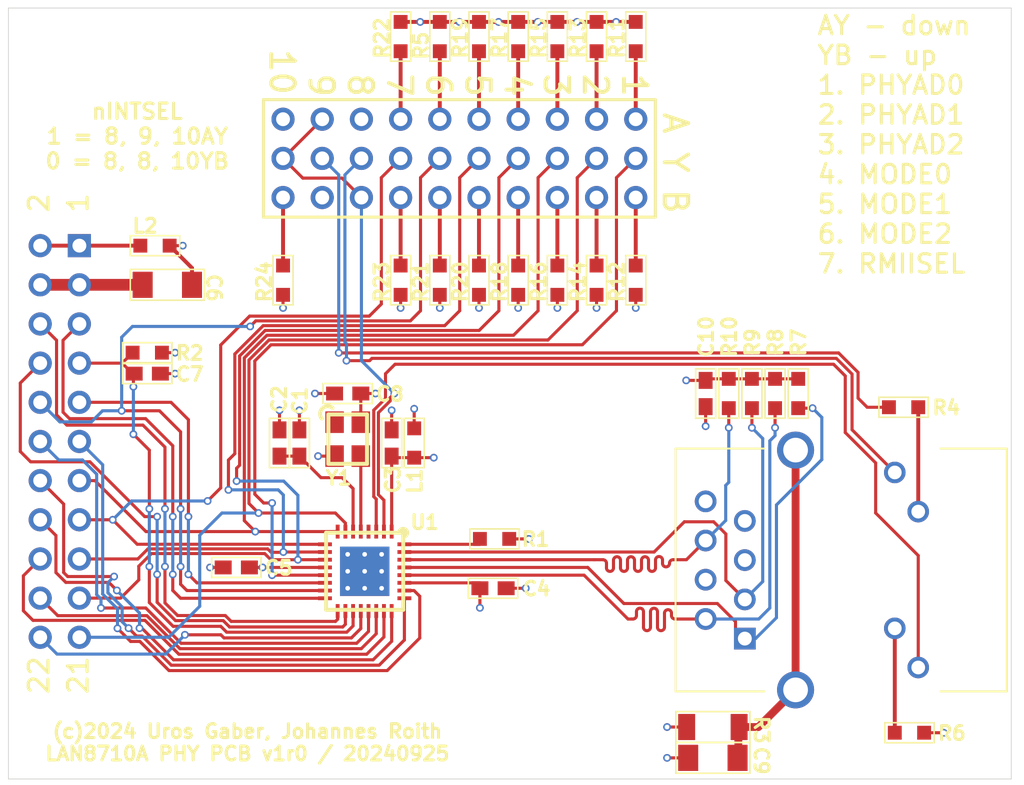
<source format=kicad_pcb>
(kicad_pcb (version 20240108) (generator "pcbnew") (generator_version "8.0")
  (layers (0 "F.Cu" signal "Top Layer") (1 "In1.Cu" signal "Mid Layer 1") (2 "In2.Cu" signal "Mid Layer 2") (31 "B.Cu" signal "Bottom Layer") (34 "B.Paste" user "Bottom Paste") (35 "F.Paste" user "Top Paste") (36 "B.SilkS" user "Bottom Overlay") (37 "F.SilkS" user "Top Overlay") (38 "B.Mask" user "Bottom Solder") (39 "F.Mask" user "Top Solder") (44 "Edge.Cuts" user))
  (net 0 "")
  (net 1 "NetP2_30")
  (net 2 "NetP1_L2")
  (net 3 "LED2")
  (net 4 "LED2+")
  (net 5 "VDDIO")
  (net 6 "VDDCR")
  (net 7 "VDD_A")
  (net 8 "VCC_3V3")
  (net 9 "TXEN")
  (net 10 "TXD3")
  (net 11 "TXD2")
  (net 12 "TXD1")
  (net 13 "TXD0")
  (net 14 "TXCLK")
  (net 15 "TX_p")
  (net 16 "TX_n")
  (net 17 "SHIELD")
  (net 18 "RXDV")
  (net 19 "RX_p")
  (net 20 "RX_n")
  (net 21 "PHY_RST")
  (net 22 "PHY_IRQ")
  (net 23 "NetU1_5")
  (net 24 "NetR1_1")
  (net 25 "NetP2_21")
  (net 26 "NetP2_19")
  (net 27 "NetP2_18")
  (net 28 "NetP2_16")
  (net 29 "NetP2_15")
  (net 30 "NetP2_13")
  (net 31 "NetP2_12")
  (net 32 "NetP2_10")
  (net 33 "NetP2_9")
  (net 34 "NetP2_7")
  (net 35 "NetP2_6")
  (net 36 "NetP2_4")
  (net 37 "NetP2_3")
  (net 38 "NetP2_1")
  (net 39 "NetP1_L3")
  (net 40 "LED2-")
  (net 41 "MDIO")
  (net 42 "MDC")
  (net 43 "LED1")
  (net 44 "GND")
  (net 45 "CRS")
  (net 46 "/RMIISEL")
  (net 47 "/PHYAD2")
  (net 48 "/PHYAD1")
  (net 49 "/PHYAD0")
  (net 50 "/MODE2")
  (net 51 "/MODE1")
  (net 52 "/MODE0")
  (footprint "pcSwitchLib.PcbLib:0603" (layer "F.Cu") (at 147.5111 114.4336)
    (property "Reference" "R1")
    (property "Value" "12k1 0603" (hide yes))
  )
  (footprint "pcSwitchLib.PcbLib:0603_CAP" (layer "F.Cu") (at 134.8611 108.2136 -90)
    (property "Reference" "C1")
    (property "Value" "470pF 0603" (hide yes))
  )
  (footprint "pcSwitchLib.PcbLib:0603" (layer "F.Cu") (at 125.0011 102.3536)
    (property "Reference" "R2")
    (property "Value" "100k 0603" (hide yes))
  )
  (footprint "pcSwitchLib.PcbLib:0603" (layer "F.Cu") (at 151.5811 81.8536 -90)
    (property "Reference" "R15")
    (property "Value" "10k 0603" (hide yes))
  )
  (footprint "pcSwitchLib.PcbLib:0603" (layer "F.Cu") (at 174.4011 127.0036)
    (property "Reference" "R6")
    (property "Value" "330R 0603" (hide yes))
  )
  (footprint "pcSwitchLib.PcbLib:0603_CAP" (layer "F.Cu") (at 130.77111 116.2836)
    (property "Reference" "C5")
    (property "Value" "100nF 0603" (hide yes))
  )
  (footprint "pcSwitchLib.PcbLib:0603" (layer "F.Cu") (at 151.5811 97.6536 90)
    (property "Reference" "R16")
    (property "Value" "10k 0603" (hide yes))
  )
  (footprint "pcSwitchLib.PcbLib:0603" (layer "F.Cu") (at 156.6611 81.8536 -90)
    (property "Reference" "R11")
    (property "Value" "10k 0603" (hide yes))
  )
  (footprint "pcSwitchLib.PcbLib:0603" (layer "F.Cu") (at 156.6611 97.6536 90)
    (property "Reference" "R12")
    (property "Value" "10k 0603" (hide yes))
  )
  (footprint "pcSwitchLib.PcbLib:0603" (layer "F.Cu") (at 149.0411 97.6536 90)
    (property "Reference" "R18")
    (property "Value" "10k 0603" (hide yes))
  )
  (footprint "pcSwitchLib.PcbLib:0603" (layer "F.Cu") (at 167.1911 105.0036 -90)
    (property "Reference" "R7")
    (property "Value" "49R9 0603" (hide yes))
  )
  (footprint "pcSwitchLib.PcbLib:0603" (layer "F.Cu") (at 141.4211 97.6536 90)
    (property "Reference" "R23")
    (property "Value" "10k 0603" (hide yes))
  )
  (footprint "pcSwitchLib.PcbLib:1206_CAP" (layer "F.Cu") (at 126.3011 97.9536)
    (property "Reference" "C6")
    (property "Value" "10uF 1206" (hide yes))
  )
  (footprint "pcSwitchLib.PcbLib:0603" (layer "F.Cu") (at 141.4211 81.8536 -90)
    (property "Reference" "R22")
    (property "Value" "10k 0603" (hide yes))
  )
  (footprint "pcSwitchLib.PcbLib:LAN8710A" (layer "F.Cu") (at 139.0911 116.5336 180)
    (property "Reference" "U1")
    (property "Value" "LAN8710A" (hide yes))
  )
  (footprint "pcSwitchLib.PcbLib:0603_IND" (layer "F.Cu") (at 142.3011 108.2136 90)
    (property "Reference" "L1")
    (property "Value" "Ferrite bead 120R/100MHz" (hide yes))
  )
  (footprint "pcSwitchLib.PcbLib:0603_CAP" (layer "F.Cu") (at 140.8411 108.2136 -90)
    (property "Reference" "C3")
    (property "Value" "100nF 0603" (hide yes))
  )
  (footprint "pcSwitchLib.PcbLib:0603" (layer "F.Cu") (at 143.9611 81.8536 -90)
    (property "Reference" "R5")
    (property "Value" "10k 0603" (hide yes))
  )
  (footprint "pcSwitchLib.PcbLib:1206_CAP" (layer "F.Cu") (at 161.6611 128.6336)
    (property "Reference" "C9")
    (property "Value" "10nF" (hide yes))
  )
  (footprint "pcSwitchLib.PcbLib:0603_CAP" (layer "F.Cu") (at 137.9911 105.0036)
    (property "Reference" "C8")
    (property "Value" "100nF 0603" (hide yes))
  )
  (footprint "pcSwitchLib.PcbLib:0603" (layer "F.Cu") (at 143.9611 97.6536 90)
    (property "Reference" "R21")
    (property "Value" "10k 0603" (hide yes))
  )
  (footprint "pcSwitchLib.PcbLib:0603_CAP" (layer "F.Cu") (at 147.4111 117.6336 180)
    (property "Reference" "C4")
    (property "Value" "100nF 0603" (hide yes))
  )
  (footprint "pcSwitchLib.PcbLib:SELECTOR_10WAY" (layer "F.Cu") (at 145.2311 89.7536 -90)
    (property "Reference" "P2" (hide yes))
    (property "Value" "SELECTOR 10WAY" (hide yes))
  )
  (footprint "pcSwitchLib.PcbLib:0603" (layer "F.Cu") (at 149.0411 81.8536 -90)
    (property "Reference" "R17")
    (property "Value" "10k 0603" (hide yes))
  )
  (footprint "pcSwitchLib.PcbLib:RJMG1BD3B8K1ANR" (layer "F.Cu") (at 170.0711 116.4486 90)
    (property "Reference" "P1" (hide yes))
    (property "Value" "RJMG1BD3B8K1ANR" (hide yes))
  )
  (footprint "pcSwitchLib.PcbLib:0603" (layer "F.Cu") (at 133.8011 97.6536 90)
    (property "Reference" "R24")
    (property "Value" "10k 0603" (hide yes))
  )
  (footprint "pcSwitchLib.PcbLib:0603_CAP" (layer "F.Cu") (at 133.5711 108.2136 -90)
    (property "Reference" "C2")
    (property "Value" "1uF 0603" (hide yes))
  )
  (footprint "pcSwitchLib.PcbLib:1206" (layer "F.Cu") (at 161.6611 126.6336 180)
    (property "Reference" "R3")
    (property "Value" "1M 1206" (hide yes))
  )
  (footprint "pcSwitchLib.PcbLib:0603" (layer "F.Cu") (at 174.0211 105.8936 180)
    (property "Reference" "R4")
    (property "Value" "330R 0603" (hide yes))
  )
  (footprint "pcSwitchLib.PcbLib:XTAL_3225" (layer "F.Cu") (at 137.9911 107.9636 -90)
    (property "Reference" "Y1")
    (property "Value" "25MHz 3225" (hide yes))
  )
  (footprint "pcSwitchLib.PcbLib:0603" (layer "F.Cu") (at 165.6911 105.0036 -90)
    (property "Reference" "R8")
    (property "Value" "49R9 0603" (hide yes))
  )
  (footprint "pcSwitchLib.PcbLib:0603" (layer "F.Cu") (at 146.5011 97.6536 90)
    (property "Reference" "R20")
    (property "Value" "10k 0603" (hide yes))
  )
  (footprint "pcSwitchLib.PcbLib:0603_IND" (layer "F.Cu") (at 125.5011 95.4136 180)
    (property "Reference" "L2")
    (property "Value" "Ferrite bead 120R/100MHz" (hide yes))
  )
  (footprint "pcSwitchLib.PcbLib:0603" (layer "F.Cu") (at 164.1911 105.0036 -90)
    (property "Reference" "R9")
    (property "Value" "49R9 0603" (hide yes))
  )
  (footprint "pcSwitchLib.PcbLib:0603_CAP" (layer "F.Cu") (at 125.0011 103.7136 180)
    (property "Reference" "C7")
    (property "Value" "100nF 0603" (hide yes))
  )
  (footprint "pcSwitchLib.PcbLib:0603_CAP" (layer "F.Cu") (at 161.1911 105.0036 90)
    (property "Reference" "C10")
    (property "Value" "15pF 0603" (hide yes))
  )
  (footprint "pcSwitchLib.PcbLib:0603" (layer "F.Cu") (at 154.1211 97.6536 90)
    (property "Reference" "R14")
    (property "Value" "10k 0603" (hide yes))
  )
  (footprint "pcSwitchLib.PcbLib:0603" (layer "F.Cu") (at 162.6911 105.0036 -90)
    (property "Reference" "R10")
    (property "Value" "49R9 0603" (hide yes))
  )
  (footprint "pcSwitchLib.PcbLib:0603" (layer "F.Cu") (at 146.5011 81.8536 -90)
    (property "Reference" "R19")
    (property "Value" "10k 0603" (hide yes))
  )
  (footprint "pcSwitchLib.PcbLib:0603" (layer "F.Cu") (at 154.1211 81.8536 -90)
    (property "Reference" "R13")
    (property "Value" "10k 0603" (hide yes))
  )
  (footprint "Miscellaneous Connectors.IntLib:HDR2X11H" (layer "B.Cu") (at 120.6011 95.4136 -90)
    (property "Reference" "P3" (hide yes))
    (property "Value" "Header 11X2H" (hide yes))
  )
  (gr_line (start 181.0011 130.0036) (end 181.0011 80.0036) (stroke (width 0.05)) (layer "Edge.Cuts"))
  (gr_line (start 116.0011 80.0036) (end 116.0011 130.0036) (stroke (width 0.05)) (layer "Edge.Cuts"))
  (gr_line (start 181.0011 80.0036) (end 116.0011 80.0036) (stroke (width 0.05)) (layer "Edge.Cuts"))
  (gr_line (start 116.0011 130.0036) (end 181.0011 130.0036) (stroke (width 0.05)) (layer "Edge.Cuts"))
  (gr_text_box "AY - down\nYB - up\n1. PHYAD0\n2. PHYAD1\n3. PHYAD2\n4. MODE0\n5. MODE1\n6. MODE2\n7. RMIISEL" (start 167.4315 79.53195) (end 181.8007 100.41524) (layer "F.SilkS") (effects (font (size 1.2 1.2) (thickness 0.2)) (justify left top)) (border no) (stroke (width 0.1)))
  (gr_text_box "nINTSEL\n1 = 8, 9, 10AY\n0 = 8, 8, 10YB" (start 115.5056 85.37753) (end 133.1966 91.80966) (layer "F.SilkS") (effects (font (size 1 1) (thickness 0.2)) (justify top)) (border no) (stroke (width 0.1)))
  (gr_text_box "(c)2024 Uros Gaber, Johannes Roith\nLAN8710A PHY PCB v1r0 / 20240925" (start 115.53109 125.7106) (end 147.45111 130.3361) (layer "F.SilkS") (effects (font (size 0.9 0.9) (thickness 0.2)) (justify top)) (border no) (stroke (width 0.1)))
  (segment (start 133.8011 96.7036) (end 133.8011 92.2936) (width 0.254) (layer "F.Cu") (net 1))
  (segment (start 174.9711 112.6636) (end 174.9711 105.8936) (width 0.254) (layer "F.Cu") (net 2))
  (segment (start 139.9827 106.24489) (end 140.7427 105.48489) (width 0.2) (layer "F.Cu") (net 3))
  (segment (start 140.3411 113.9586) (end 140.3411 111.9236) (width 0.2) (layer "F.Cu") (net 3))
  (segment (start 140.7427 105.272) (end 141.0111 105.0036) (width 0.2) (layer "F.Cu") (net 3))
  (segment (start 140.7427 105.48489) (end 140.7427 105.272) (width 0.2) (layer "F.Cu") (net 3))
  (segment (start 133.8011 89.7536) (end 136.3411 87.2136) (width 0.2) (layer "F.Cu") (net 3))
  (segment (start 139.9827 111.5652) (end 140.3411 111.9236) (width 0.2) (layer "F.Cu") (net 3))
  (segment (start 139.9827 111.5652) (end 139.9827 106.24489) (width 0.2) (layer "F.Cu") (net 3))
  (segment (start 135.0811 91.0336) (end 137.6211 91.0336) (width 0.2) (layer "F.Cu") (net 3))
  (segment (start 133.8011 89.7536) (end 135.0811 91.0336) (width 0.2) (layer "F.Cu") (net 3))
  (segment (start 137.6211 91.0336) (end 138.8811 92.2936) (width 0.2) (layer "F.Cu") (net 3))
  (via (at 141.0111 105.0036) (size 0.5) (drill 0.3) (layers "F.Cu" "B.Cu") (net 3))
  (segment (start 138.8811 102.87359) (end 138.8811 92.2936) (width 0.2) (layer "B.Cu") (net 3))
  (segment (start 138.8811 102.87359) (end 141.0111 105.0036) (width 0.2) (layer "B.Cu") (net 3))
  (segment (start 169.6611 102.7236) (end 170.6811 103.7436) (width 0.2) (layer "F.Cu") (net 4))
  (segment (start 137.9111 102.8736) (end 139.4111 102.8736) (width 0.2) (layer "F.Cu") (net 4))
  (segment (start 170.6811 107.3536) (end 170.6811 103.7436) (width 0.2) (layer "F.Cu") (net 4))
  (segment (start 139.4111 102.8736) (end 139.5611 102.7236) (width 0.2) (layer "F.Cu") (net 4))
  (segment (start 139.5611 102.7236) (end 169.6611 102.7236) (width 0.2) (layer "F.Cu") (net 4))
  (segment (start 170.6811 107.3536) (end 173.4511 110.1236) (width 0.2) (layer "F.Cu") (net 4))
  (via (at 137.9111 102.8736) (size 0.5) (drill 0.3) (layers "F.Cu" "B.Cu") (net 4))
  (segment (start 137.8111 101.6736) (end 137.9111 101.7736) (width 0.2) (layer "B.Cu") (net 4))
  (segment (start 137.8111 101.6736) (end 137.8111 90.8236) (width 0.2) (layer "B.Cu") (net 4))
  (segment (start 137.9111 102.8736) (end 137.9111 101.7736) (width 0.2) (layer "B.Cu") (net 4))
  (segment (start 137.8111 90.8236) (end 138.8811 89.7536) (width 0.2) (layer "B.Cu") (net 4))
  (segment (start 127.9011 97.9536) (end 127.9011 96.8636) (width 0.254) (layer "F.Cu") (net 5))
  (segment (start 132.4711 116.2836) (end 136.5161 116.2836) (width 0.2) (layer "F.Cu") (net 5))
  (segment (start 138.8411 106.8636) (end 138.8411 105.0036) (width 0.2) (layer "F.Cu") (net 5))
  (segment (start 126.4511 95.4136) (end 127.9011 96.8636) (width 0.254) (layer "F.Cu") (net 5))
  (segment (start 126.4511 95.4136) (end 127.3011 95.4136) (width 0.2) (layer "F.Cu") (net 5))
  (segment (start 138.8411 106.8636) (end 138.8411 106.8636) (width 0.2) (layer "F.Cu") (net 5))
  (segment (start 138.8411 105.0036) (end 138.8411 105.0036) (width 0.2) (layer "F.Cu") (net 5))
  (segment (start 138.8411 105.0036) (end 139.7911 105.0036) (width 0.2) (layer "F.Cu") (net 5))
  (segment (start 131.6211 116.2836) (end 132.4711 116.2836) (width 0.2) (layer "F.Cu") (net 5))
  (via (at 139.7911 105.0036) (size 0.5) (drill 0.3) (layers "F.Cu" "B.Cu") (net 5))
  (via (at 127.3011 95.4136) (size 0.5) (drill 0.3) (layers "F.Cu" "B.Cu") (net 5))
  (via (at 132.4711 116.2836) (size 0.5) (drill 0.3) (layers "F.Cu" "B.Cu") (net 5))
  (segment (start 138.3411 113.9586) (end 138.3411 111.1736) (width 0.2) (layer "F.Cu") (net 6))
  (segment (start 135.3111 109.5136) (end 136.2611 110.4636) (width 0.2) (layer "F.Cu") (net 6))
  (segment (start 137.6311 110.4636) (end 138.3411 111.1736) (width 0.2) (layer "F.Cu") (net 6))
  (segment (start 136.2611 110.4636) (end 137.6311 110.4636) (width 0.2) (layer "F.Cu") (net 6))
  (segment (start 133.5711 109.0636) (end 134.8611 109.0636) (width 0.2) (layer "F.Cu") (net 6))
  (segment (start 134.8611 109.1636) (end 134.8611 109.0636) (width 0.2) (layer "F.Cu") (net 6))
  (segment (start 134.8611 109.1636) (end 135.2111 109.5136) (width 0.2) (layer "F.Cu") (net 6))
  (segment (start 135.2111 109.5136) (end 135.3111 109.5136) (width 0.2) (layer "F.Cu") (net 6))
  (segment (start 162.6911 104.0536) (end 164.1911 104.0536) (width 0.2) (layer "F.Cu") (net 7))
  (segment (start 161.1911 104.1536) (end 161.2911 104.0536) (width 0.2) (layer "F.Cu") (net 7))
  (segment (start 140.9411 109.1636) (end 142.3011 109.1636) (width 0.2) (layer "F.Cu") (net 7))
  (segment (start 161.2911 104.0536) (end 162.6911 104.0536) (width 0.2) (layer "F.Cu") (net 7))
  (segment (start 141.6661 117.2836) (end 146.5611 117.2836) (width 0.2) (layer "F.Cu") (net 7))
  (segment (start 159.9311 104.1536) (end 161.1911 104.1536) (width 0.2) (layer "F.Cu") (net 7))
  (segment (start 164.1911 104.0536) (end 165.6911 104.0536) (width 0.2) (layer "F.Cu") (net 7))
  (segment (start 140.8411 113.9586) (end 140.8411 109.0636) (width 0.2) (layer "F.Cu") (net 7))
  (segment (start 165.6911 104.0536) (end 167.1911 104.0536) (width 0.2) (layer "F.Cu") (net 7))
  (segment (start 146.5611 118.9036) (end 146.5611 117.6336) (width 0.2) (layer "F.Cu") (net 7))
  (segment (start 142.3011 109.1636) (end 143.5711 109.1636) (width 0.2) (layer "F.Cu") (net 7))
  (segment (start 140.8411 109.0636) (end 140.9411 109.1636) (width 0.2) (layer "F.Cu") (net 7))
  (via (at 146.5611 118.9036) (size 0.5) (drill 0.3) (layers "F.Cu" "B.Cu") (net 7))
  (via (at 143.5711 109.1636) (size 0.5) (drill 0.3) (layers "F.Cu" "B.Cu") (net 7))
  (via (at 159.9311 104.1536) (size 0.5) (drill 0.3) (layers "F.Cu" "B.Cu") (net 7))
  (segment (start 146.5011 80.9036) (end 152.8511 80.9036) (width 0.254) (layer "F.Cu") (net 8))
  (segment (start 141.4211 80.9036) (end 146.50109 80.9036) (width 0.254) (layer "F.Cu") (net 8))
  (segment (start 120.6011 95.4136) (end 124.5511 95.4136) (width 0.254) (layer "F.Cu") (net 8))
  (segment (start 154.1211 80.9036) (end 156.6611 80.9036) (width 0.254) (layer "F.Cu") (net 8))
  (segment (start 146.50109 80.9036) (end 146.5011 80.9036) (width 0.254) (layer "F.Cu") (net 8))
  (segment (start 152.8511 80.9036) (end 154.1211 80.9036) (width 0.254) (layer "F.Cu") (net 8))
  (segment (start 118.0611 95.4136) (end 120.6011 95.4136) (width 0.254) (layer "F.Cu") (net 8))
  (segment (start 125.9511 102.3536) (end 126.8011 102.3536) (width 0.2) (layer "F.Cu") (net 8))
  (segment (start 142.3011 107.2636) (end 142.3011 105.9936) (width 0.2) (layer "F.Cu") (net 8))
  (via (at 145.2311 80.9036) (size 0.5) (drill 0.3) (layers "F.Cu" "B.Cu") (net 8))
  (via (at 147.7711 80.9036) (size 0.5) (drill 0.3) (layers "F.Cu" "B.Cu") (net 8))
  (via (at 142.3011 105.9936) (size 0.5) (drill 0.3) (layers "F.Cu" "B.Cu") (net 8))
  (via (at 152.8511 80.9036) (size 0.5) (drill 0.3) (layers "F.Cu" "B.Cu") (net 8))
  (via (at 142.6911 80.9036) (size 0.5) (drill 0.3) (layers "F.Cu" "B.Cu") (net 8))
  (via (at 155.3911 80.9036) (size 0.5) (drill 0.3) (layers "F.Cu" "B.Cu") (net 8))
  (via (at 126.8011 102.3536) (size 0.5) (drill 0.3) (layers "F.Cu" "B.Cu") (net 8))
  (via (at 150.3111 80.9036) (size 0.5) (drill 0.3) (layers "F.Cu" "B.Cu") (net 8))
  (segment (start 122.0011 118.9136) (end 124.90416 118.9136) (width 0.2) (layer "F.Cu") (net 9))
  (segment (start 127.19416 121.2036) (end 138.5711 121.2036) (width 0.2) (layer "F.Cu") (net 9))
  (segment (start 139.3411 120.4336) (end 139.3411 119.1086) (width 0.2) (layer "F.Cu") (net 9))
  (segment (start 124.90416 118.9136) (end 127.19416 121.2036) (width 0.2) (layer "F.Cu") (net 9))
  (segment (start 138.5711 121.2036) (end 139.3411 120.4336) (width 0.2) (layer "F.Cu") (net 9))
  (via (at 122.0011 118.9136) (size 0.5) (drill 0.3) (layers "F.Cu" "B.Cu") (net 9))
  (segment (start 121.7211 118.05012) (end 122.0011 118.33012) (width 0.2) (layer "B.Cu") (net 9))
  (segment (start 118.0611 108.1136) (end 119.2611 109.3136) (width 0.2) (layer "B.Cu") (net 9))
  (segment (start 119.2611 109.3136) (end 120.8011 109.3136) (width 0.2) (layer "B.Cu") (net 9))
  (segment (start 120.8011 109.3136) (end 121.7211 110.2336) (width 0.2) (layer "B.Cu") (net 9))
  (segment (start 122.0011 118.9136) (end 122.0011 118.33012) (width 0.2) (layer "B.Cu") (net 9))
  (segment (start 121.7211 118.05012) (end 121.7211 110.2336) (width 0.2) (layer "B.Cu") (net 9))
  (segment (start 141.6661 120.98859) (end 141.6661 118.2836) (width 0.2) (layer "F.Cu") (net 10))
  (segment (start 124.3011 120.7336) (end 124.66613 120.7336) (width 0.2) (layer "F.Cu") (net 10))
  (segment (start 119.5811 116.6136) (end 119.5811 112.1736) (width 0.2) (layer "F.Cu") (net 10))
  (segment (start 119.8411 116.8736) (end 122.8511 116.8736) (width 0.2) (layer "F.Cu") (net 10))
  (segment (start 124.66613 120.7336) (end 126.55613 122.6236) (width 0.2) (layer "F.Cu") (net 10))
  (segment (start 118.0611 110.6536) (end 119.5811 112.1736) (width 0.2) (layer "F.Cu") (net 10))
  (segment (start 140.0311 122.6236) (end 141.6661 120.98859) (width 0.2) (layer "F.Cu") (net 10))
  (segment (start 123.7911 120.2236) (end 124.3011 120.7336) (width 0.2) (layer "F.Cu") (net 10))
  (segment (start 119.5811 116.6136) (end 119.8411 116.8736) (width 0.2) (layer "F.Cu") (net 10))
  (segment (start 126.55613 122.6236) (end 140.0311 122.6236) (width 0.2) (layer "F.Cu") (net 10))
  (via (at 122.8511 116.8736) (size 0.5) (drill 0.3) (layers "F.Cu" "B.Cu") (net 10))
  (via (at 123.7911 120.2236) (size 0.5) (drill 0.3) (layers "F.Cu" "B.Cu") (net 10))
  (segment (start 123.3727 119.8052) (end 123.3727 118.84867) (width 0.2) (layer "B.Cu") (net 10))
  (segment (start 122.4511 117.2736) (end 122.8511 116.8736) (width 0.2) (layer "B.Cu") (net 10))
  (segment (start 123.3727 119.8052) (end 123.7911 120.2236) (width 0.2) (layer "B.Cu") (net 10))
  (segment (start 122.4511 117.92707) (end 122.4511 117.2736) (width 0.2) (layer "B.Cu") (net 10))
  (segment (start 122.4511 117.92707) (end 123.3727 118.84867) (width 0.2) (layer "B.Cu") (net 10))
  (segment (start 124.4982 120.2236) (end 124.6511 120.2236) (width 0.2) (layer "F.Cu") (net 11))
  (segment (start 126.7011 122.2736) (end 139.6411 122.2736) (width 0.2) (layer "F.Cu") (net 11))
  (segment (start 139.6411 122.2736) (end 140.8411 121.0736) (width 0.2) (layer "F.Cu") (net 11))
  (segment (start 124.6511 120.2236) (end 126.7011 122.2736) (width 0.2) (layer "F.Cu") (net 11))
  (segment (start 122.5111 117.2536) (end 123.0311 117.7736) (width 0.2) (layer "F.Cu") (net 11))
  (segment (start 118.0611 113.1936) (end 119.0811 114.2136) (width 0.2) (layer "F.Cu") (net 11))
  (segment (start 119.7211 117.2536) (end 122.5111 117.2536) (width 0.2) (layer "F.Cu") (net 11))
  (segment (start 119.0811 116.6136) (end 119.0811 114.2136) (width 0.2) (layer "F.Cu") (net 11))
  (segment (start 140.8411 121.0736) (end 140.8411 119.1086) (width 0.2) (layer "F.Cu") (net 11))
  (segment (start 119.0811 116.6136) (end 119.7211 117.2536) (width 0.2) (layer "F.Cu") (net 11))
  (via (at 123.0311 117.7736) (size 0.5) (drill 0.3) (layers "F.Cu" "B.Cu") (net 11))
  (via (at 124.4982 120.2236) (size 0.5) (drill 0.3) (layers "F.Cu" "B.Cu") (net 11))
  (segment (start 123.0311 117.7736) (end 124.4982 119.2407) (width 0.2) (layer "B.Cu") (net 11))
  (segment (start 124.4982 120.2236) (end 124.4982 119.2407) (width 0.2) (layer "B.Cu") (net 11))
  (segment (start 127.0511 121.9136) (end 139.2211 121.9136) (width 0.2) (layer "F.Cu") (net 12))
  (segment (start 124.8527 119.7152) (end 127.0511 121.9136) (width 0.2) (layer "F.Cu") (net 12))
  (segment (start 117.5927 119.7152) (end 124.8527 119.7152) (width 0.2) (layer "F.Cu") (net 12))
  (segment (start 139.2211 121.9136) (end 140.3411 120.7936) (width 0.2) (layer "F.Cu") (net 12))
  (segment (start 116.9711 119.0936) (end 117.5927 119.7152) (width 0.2) (layer "F.Cu") (net 12))
  (segment (start 140.3411 120.7936) (end 140.3411 119.1086) (width 0.2) (layer "F.Cu") (net 12))
  (segment (start 116.9711 116.8236) (end 118.0611 115.7336) (width 0.2) (layer "F.Cu") (net 12))
  (segment (start 116.9711 119.0936) (end 116.9711 116.8236) (width 0.2) (layer "F.Cu") (net 12))
  (segment (start 139.8411 120.5836) (end 139.8411 119.1086) (width 0.2) (layer "F.Cu") (net 13))
  (segment (start 118.0611 118.2736) (end 119.2011 119.4136) (width 0.2) (layer "F.Cu") (net 13))
  (segment (start 119.2011 119.4136) (end 124.85934 119.4136) (width 0.2) (layer "F.Cu") (net 13))
  (segment (start 124.85934 119.4136) (end 124.97763 119.4136) (width 0.2) (layer "F.Cu") (net 13))
  (segment (start 138.8711 121.5536) (end 139.8411 120.5836) (width 0.2) (layer "F.Cu") (net 13))
  (segment (start 124.97763 119.4136) (end 127.11763 121.5536) (width 0.2) (layer "F.Cu") (net 13))
  (segment (start 127.11763 121.5536) (end 138.8711 121.5536) (width 0.2) (layer "F.Cu") (net 13))
  (segment (start 138.8411 120.2436) (end 138.8411 119.1086) (width 0.2) (layer "F.Cu") (net 14))
  (segment (start 138.2311 120.8536) (end 138.8411 120.2436) (width 0.2) (layer "F.Cu") (net 14))
  (segment (start 129.97169 120.8536) (end 138.2311 120.8536) (width 0.2) (layer "F.Cu") (net 14))
  (segment (start 127.4411 120.6536) (end 129.77169 120.6536) (width 0.2) (layer "F.Cu") (net 14))
  (segment (start 129.77169 120.6536) (end 129.97169 120.8536) (width 0.2) (layer "F.Cu") (net 14))
  (via (at 127.4411 120.6536) (size 0.5) (drill 0.3) (layers "F.Cu" "B.Cu") (net 14))
  (segment (start 126.1911 121.9036) (end 127.4411 120.6536) (width 0.2) (layer "B.Cu") (net 14))
  (segment (start 118.0611 120.8136) (end 119.1511 121.9036) (width 0.2) (layer "B.Cu") (net 14))
  (segment (start 119.1511 121.9036) (end 126.1911 121.9036) (width 0.2) (layer "B.Cu") (net 14))
  (segment (start 166.8511 105.9536) (end 168.1211 105.9536) (width 0.2) (layer "F.Cu") (net 15))
  (segment (start 141.6661 116.2836) (end 153.5511 116.2836) (width 0.2) (layer "F.Cu") (net 15))
  (segment (start 163.1271 120.2946) (end 163.1271 119.7996) (width 0.2) (layer "F.Cu") (net 15))
  (segment (start 161.9511 118.6236) (end 163.1271 119.7996) (width 0.2) (layer "F.Cu") (net 15))
  (segment (start 153.5511 116.2836) (end 155.8911 118.6236) (width 0.2) (layer "F.Cu") (net 15))
  (segment (start 163.1271 120.2946) (end 163.7311 120.8986) (width 0.2) (layer "F.Cu") (net 15))
  (segment (start 155.8911 118.6236) (end 161.9511 118.6236) (width 0.2) (layer "F.Cu") (net 15))
  (via (at 168.1211 105.9536) (size 0.5) (drill 0.3) (layers "F.Cu" "B.Cu") (net 15))
  (segment (start 165.7811 112.23053) (end 168.7211 109.29053) (width 0.2) (layer "B.Cu") (net 15))
  (segment (start 163.7311 120.8986) (end 164.4261 120.8986) (width 0.2) (layer "B.Cu") (net 15))
  (segment (start 168.7211 109.29053) (end 168.7211 106.5536) (width 0.2) (layer "B.Cu") (net 15))
  (segment (start 164.4261 120.8986) (end 165.7811 119.5436) (width 0.2) (layer "B.Cu") (net 15))
  (segment (start 165.7811 119.5436) (end 165.7811 112.23053) (width 0.2) (layer "B.Cu") (net 15))
  (segment (start 168.1211 105.9536) (end 168.7211 106.5536) (width 0.2) (layer "B.Cu") (net 15))
  (segment (start 141.6661 116.7836) (end 153.3111 116.7836) (width 0.2) (layer "F.Cu") (net 16))
  (segment (start 153.3111 116.7836) (end 156.1561 119.6286) (width 0.2) (layer "F.Cu") (net 16))
  (segment (start 158.07015 120.1636) (end 158.07015 119.1522) (width 0.2) (layer "F.Cu") (net 16))
  (segment (start 165.6911 107.2236) (end 165.6911 105.9536) (width 0.2) (layer "F.Cu") (net 16))
  (segment (start 156.1561 119.6286) (end 156.38114 119.6286) (width 0.2) (layer "F.Cu") (net 16))
  (segment (start 158.97815 119.4016) (end 158.97815 119.24705) (width 0.2) (layer "F.Cu") (net 16))
  (segment (start 158.52415 120.1636) (end 158.52415 119.24705) (width 0.2) (layer "F.Cu") (net 16))
  (segment (start 156.38114 119.6286) (end 156.48115 119.6286) (width 0.2) (layer "F.Cu") (net 16))
  (segment (start 157.16215 120.1636) (end 157.16215 119.1522) (width 0.2) (layer "F.Cu") (net 16))
  (segment (start 157.61615 120.1636) (end 157.61615 119.1522) (width 0.2) (layer "F.Cu") (net 16))
  (segment (start 156.70815 119.4016) (end 156.70815 119.1522) (width 0.2) (layer "F.Cu") (net 16))
  (segment (start 159.20515 119.6286) (end 161.1911 119.6286) (width 0.2) (layer "F.Cu") (net 16))
  (via (at 165.6911 107.2236) (size 0.5) (drill 0.3) (layers "F.Cu" "B.Cu") (net 16))
  (arc (start 157.61615 120.1636) (mid 157.38915 120.3906) (end 157.16215 120.1636) (width 0.2) (layer "F.Cu") (net 16))
  (arc (start 158.52415 120.1636) (mid 158.29715 120.3906) (end 158.07015 120.1636) (width 0.2) (layer "F.Cu") (net 16))
  (arc (start 157.61615 119.1522) (mid 157.84315 118.9252) (end 158.07015 119.1522) (width 0.2) (layer "F.Cu") (net 16))
  (arc (start 156.70815 119.4016) (mid 156.641663 119.562113) (end 156.48115 119.6286) (width 0.2) (layer "F.Cu") (net 16))
  (arc (start 159.20515 119.6286) (mid 159.044637 119.562113) (end 158.97815 119.4016) (width 0.2) (layer "F.Cu") (net 16))
  (arc (start 156.70815 119.1522) (mid 156.93515 118.9252) (end 157.16215 119.1522) (width 0.2) (layer "F.Cu") (net 16))
  (arc (start 158.52415 119.24705) (mid 158.75115 119.02005) (end 158.97815 119.24705) (width 0.2) (layer "F.Cu") (net 16))
  (segment (start 165.6911 107.7336) (end 165.6911 107.2236) (width 0.2) (layer "B.Cu") (net 16))
  (segment (start 161.1911 119.6286) (end 164.6361 119.6286) (width 0.2) (layer "B.Cu") (net 16))
  (segment (start 165.3511 108.0736) (end 165.6911 107.7336) (width 0.2) (layer "B.Cu") (net 16))
  (segment (start 165.3511 118.9136) (end 165.3511 108.0736) (width 0.2) (layer "B.Cu") (net 16))
  (segment (start 164.6361 119.6286) (end 165.3511 118.9136) (width 0.2) (layer "B.Cu") (net 16))
  (segment (start 167.0211 124.2236) (end 167.0211 108.6736) (width 0.508) (layer "F.Cu") (net 17))
  (segment (start 167.0211 124.2236) (end 167.0211 124.2236) (width 0.508) (layer "F.Cu") (net 17))
  (segment (start 163.3611 126.6336) (end 164.6111 126.6336) (width 0.508) (layer "F.Cu") (net 17))
  (segment (start 163.2611 128.6336) (end 163.3111 128.5836) (width 0.508) (layer "F.Cu") (net 17))
  (segment (start 163.3111 128.5836) (end 163.3111 126.6836) (width 0.508) (layer "F.Cu") (net 17))
  (segment (start 164.6111 126.6336) (end 167.0211 124.2236) (width 0.508) (layer "F.Cu") (net 17))
  (segment (start 163.3111 126.6836) (end 163.3611 126.6336) (width 0.508) (layer "F.Cu") (net 17))
  (segment (start 141.6661 117.7836) (end 142.2911 117.7836) (width 0.2) (layer "F.Cu") (net 18))
  (segment (start 142.2911 117.7836) (end 142.6611 118.1536) (width 0.2) (layer "F.Cu") (net 18))
  (segment (start 140.5511 122.9736) (end 142.6611 120.8636) (width 0.2) (layer "F.Cu") (net 18))
  (segment (start 126.41115 122.9736) (end 140.5511 122.9736) (width 0.2) (layer "F.Cu") (net 18))
  (segment (start 124.52115 121.0836) (end 126.41115 122.9736) (width 0.2) (layer "F.Cu") (net 18))
  (segment (start 123.0711 120.2336) (end 123.9211 121.0836) (width 0.2) (layer "F.Cu") (net 18))
  (segment (start 123.9211 121.0836) (end 124.52115 121.0836) (width 0.2) (layer "F.Cu") (net 18))
  (segment (start 142.6611 120.8636) (end 142.6611 118.1536) (width 0.2) (layer "F.Cu") (net 18))
  (via (at 123.0711 120.2336) (size 0.5) (drill 0.3) (layers "F.Cu" "B.Cu") (net 18))
  (segment (start 123.0711 120.2336) (end 123.0711 118.9736) (width 0.2) (layer "B.Cu") (net 18))
  (segment (start 122.1111 118.0136) (end 123.0711 118.9736) (width 0.2) (layer "B.Cu") (net 18))
  (segment (start 120.6011 108.1136) (end 122.1111 109.6236) (width 0.2) (layer "B.Cu") (net 18))
  (segment (start 122.1111 118.0136) (end 122.1111 109.6236) (width 0.2) (layer "B.Cu") (net 18))
  (segment (start 157.8511 115.2836) (end 159.8111 113.3236) (width 0.2) (layer "F.Cu") (net 19))
  (segment (start 164.1911 107.2236) (end 164.1911 105.9536) (width 0.2) (layer "F.Cu") (net 19))
  (segment (start 161.7111 113.3236) (end 162.5011 114.1136) (width 0.2) (layer "F.Cu") (net 19))
  (segment (start 162.5011 117.1286) (end 163.7311 118.3586) (width 0.2) (layer "F.Cu") (net 19))
  (segment (start 162.5011 117.1286) (end 162.5011 114.1136) (width 0.2) (layer "F.Cu") (net 19))
  (segment (start 141.6661 115.2836) (end 157.8511 115.2836) (width 0.2) (layer "F.Cu") (net 19))
  (segment (start 159.8111 113.3236) (end 161.7111 113.3236) (width 0.2) (layer "F.Cu") (net 19))
  (via (at 164.1911 107.2236) (size 0.5) (drill 0.3) (layers "F.Cu" "B.Cu") (net 19))
  (segment (start 164.8911 117.1986) (end 164.8911 107.9236) (width 0.2) (layer "B.Cu") (net 19))
  (segment (start 164.1911 107.2236) (end 164.8911 107.9236) (width 0.2) (layer "B.Cu") (net 19))
  (segment (start 163.7311 118.3586) (end 164.8911 117.1986) (width 0.2) (layer "B.Cu") (net 19))
  (segment (start 157.03425 116.3186) (end 157.03425 115.8122) (width 0.2) (layer "F.Cu") (net 20))
  (segment (start 154.76425 116.3186) (end 154.76425 116.0106) (width 0.2) (layer "F.Cu") (net 20))
  (segment (start 157.94225 116.3186) (end 157.94225 115.7981) (width 0.2) (layer "F.Cu") (net 20))
  (segment (start 155.67225 116.3186) (end 155.67225 115.8122) (width 0.2) (layer "F.Cu") (net 20))
  (segment (start 156.58025 116.3186) (end 156.58025 115.8122) (width 0.2) (layer "F.Cu") (net 20))
  (segment (start 155.21825 116.3186) (end 155.21825 115.8122) (width 0.2) (layer "F.Cu") (net 20))
  (segment (start 162.6911 107.2236) (end 162.6911 105.9536) (width 0.2) (layer "F.Cu") (net 20))
  (segment (start 156.12625 116.3186) (end 156.12625 115.8122) (width 0.2) (layer "F.Cu") (net 20))
  (segment (start 158.85025 116.01934) (end 158.85025 116.0106) (width 0.2) (layer "F.Cu") (net 20))
  (segment (start 153.98324 115.7836) (end 154.53725 115.7836) (width 0.2) (layer "F.Cu") (net 20))
  (segment (start 141.6661 115.7836) (end 153.98324 115.7836) (width 0.2) (layer "F.Cu") (net 20))
  (segment (start 159.07725 115.7836) (end 159.9461 115.7836) (width 0.2) (layer "F.Cu") (net 20))
  (segment (start 159.9461 115.7836) (end 161.1911 114.5386) (width 0.2) (layer "F.Cu") (net 20))
  (segment (start 158.39625 116.01934) (end 158.39625 115.7981) (width 0.2) (layer "F.Cu") (net 20))
  (segment (start 157.48825 116.3186) (end 157.48825 115.8122) (width 0.2) (layer "F.Cu") (net 20))
  (via (at 162.6911 107.2236) (size 0.5) (drill 0.3) (layers "F.Cu" "B.Cu") (net 20))
  (arc (start 154.53725 115.7836) (mid 154.697763 115.850087) (end 154.76425 116.0106) (width 0.2) (layer "F.Cu") (net 20))
  (arc (start 158.85025 116.01934) (mid 158.62325 116.24634) (end 158.39625 116.01934) (width 0.2) (layer "F.Cu") (net 20))
  (arc (start 157.03425 115.8122) (mid 157.26125 115.5852) (end 157.48825 115.8122) (width 0.2) (layer "F.Cu") (net 20))
  (arc (start 156.12625 115.8122) (mid 156.35325 115.5852) (end 156.58025 115.8122) (width 0.2) (layer "F.Cu") (net 20))
  (arc (start 156.12625 116.3186) (mid 155.89925 116.5456) (end 155.67225 116.3186) (width 0.2) (layer "F.Cu") (net 20))
  (arc (start 155.21825 116.3186) (mid 154.99125 116.5456) (end 154.76425 116.3186) (width 0.2) (layer "F.Cu") (net 20))
  (arc (start 157.94225 116.3186) (mid 157.71525 116.5456) (end 157.48825 116.3186) (width 0.2) (layer "F.Cu") (net 20))
  (arc (start 157.94225 115.7981) (mid 158.16925 115.5711) (end 158.39625 115.7981) (width 0.2) (layer "F.Cu") (net 20))
  (arc (start 158.85025 116.0106) (mid 158.916737 115.850087) (end 159.07725 115.7836) (width 0.2) (layer "F.Cu") (net 20))
  (arc (start 157.03425 116.3186) (mid 156.80725 116.5456) (end 156.58025 116.3186) (width 0.2) (layer "F.Cu") (net 20))
  (arc (start 155.21825 115.8122) (mid 155.44525 115.5852) (end 155.67225 115.8122) (width 0.2) (layer "F.Cu") (net 20))
  (segment (start 162.4911 113.2386) (end 162.4911 110.9636) (width 0.2) (layer "B.Cu") (net 20))
  (segment (start 162.4911 110.9636) (end 162.6911 110.7636) (width 0.2) (layer "B.Cu") (net 20))
  (segment (start 161.1911 114.5386) (end 162.4911 113.2386) (width 0.2) (layer "B.Cu") (net 20))
  (segment (start 162.6911 110.7636) (end 162.6911 107.2236) (width 0.2) (layer "B.Cu") (net 20))
  (segment (start 124.0511 103.7136) (end 124.1511 103.7136) (width 0.2) (layer "F.Cu") (net 21))
  (segment (start 126.67784 120.1036) (end 129.76784 120.1036) (width 0.2) (layer "F.Cu") (net 21))
  (segment (start 124.1011 104.5636) (end 124.1011 103.7136) (width 0.2) (layer "F.Cu") (net 21))
  (segment (start 123.3711 103.0336) (end 124.0511 103.7136) (width 0.2) (layer "F.Cu") (net 21))
  (segment (start 129.76784 120.1036) (end 130.14784 120.4836) (width 0.2) (layer "F.Cu") (net 21))
  (segment (start 137.9311 120.4836) (end 138.3411 120.07359) (width 0.2) (layer "F.Cu") (net 21))
  (segment (start 138.3411 120.07359) (end 138.3411 119.1086) (width 0.2) (layer "F.Cu") (net 21))
  (segment (start 125.13465 112.48295) (end 125.13465 108.67715) (width 0.2) (layer "F.Cu") (net 21))
  (segment (start 120.6011 103.0336) (end 123.3711 103.0336) (width 0.2) (layer "F.Cu") (net 21))
  (segment (start 125.13465 118.56041) (end 125.13465 116.22715) (width 0.2) (layer "F.Cu") (net 21))
  (segment (start 130.14784 120.4836) (end 137.9311 120.4836) (width 0.2) (layer "F.Cu") (net 21))
  (segment (start 125.13465 118.56041) (end 126.67784 120.1036) (width 0.2) (layer "F.Cu") (net 21))
  (segment (start 124.1011 107.6436) (end 125.13465 108.67715) (width 0.2) (layer "F.Cu") (net 21))
  (segment (start 123.3711 103.0336) (end 124.0511 102.3536) (width 0.2) (layer "F.Cu") (net 21))
  (segment (start 123.3711 103.0336) (end 123.3711 103.0336) (width 0.2) (layer "F.Cu") (net 21))
  (via (at 124.1011 107.6436) (size 0.5) (drill 0.3) (layers "F.Cu" "B.Cu") (net 21))
  (via (at 125.13465 116.22715) (size 0.5) (drill 0.3) (layers "F.Cu" "B.Cu") (net 21))
  (via (at 124.1011 104.5636) (size 0.5) (drill 0.3) (layers "F.Cu" "B.Cu") (net 21))
  (via (at 125.13465 112.48295) (size 0.5) (drill 0.3) (layers "F.Cu" "B.Cu") (net 21))
  (segment (start 124.1011 107.6436) (end 124.1011 104.5636) (width 0.2) (layer "B.Cu") (net 21))
  (segment (start 125.13465 116.22715) (end 125.13465 112.48295) (width 0.2) (layer "B.Cu") (net 21))
  (segment (start 137.84111 119.97359) (end 137.84111 119.1086) (width 0.2) (layer "F.Cu") (net 22))
  (segment (start 125.6411 118.5436) (end 125.6411 116.7336) (width 0.2) (layer "F.Cu") (net 22))
  (segment (start 125.6411 118.5436) (end 126.8311 119.7336) (width 0.2) (layer "F.Cu") (net 22))
  (segment (start 126.8311 119.7336) (end 129.9211 119.7336) (width 0.2) (layer "F.Cu") (net 22))
  (segment (start 137.6711 120.1436) (end 137.84111 119.97359) (width 0.2) (layer "F.Cu") (net 22))
  (segment (start 130.3311 120.1436) (end 137.6711 120.1436) (width 0.2) (layer "F.Cu") (net 22))
  (segment (start 121.2811 109.4336) (end 124.8369 112.9894) (width 0.2) (layer "F.Cu") (net 22))
  (segment (start 124.8369 112.9894) (end 125.6411 112.9894) (width 0.2) (layer "F.Cu") (net 22))
  (segment (start 117.4411 109.4336) (end 121.2811 109.4336) (width 0.2) (layer "F.Cu") (net 22))
  (segment (start 116.7711 104.3236) (end 118.0611 103.0336) (width 0.2) (layer "F.Cu") (net 22))
  (segment (start 116.7711 108.7636) (end 117.4411 109.4336) (width 0.2) (layer "F.Cu") (net 22))
  (segment (start 116.7711 108.7636) (end 116.7711 104.3236) (width 0.2) (layer "F.Cu") (net 22))
  (segment (start 129.9211 119.7336) (end 130.3311 120.1436) (width 0.2) (layer "F.Cu") (net 22))
  (via (at 125.6411 116.7336) (size 0.5) (drill 0.3) (layers "F.Cu" "B.Cu") (net 22))
  (via (at 125.6411 112.9894) (size 0.5) (drill 0.3) (layers "F.Cu" "B.Cu") (net 22))
  (segment (start 125.6411 116.7336) (end 125.6411 112.9894) (width 0.2) (layer "B.Cu") (net 22))
  (segment (start 138.8411 113.9586) (end 138.8411 109.0636) (width 0.2) (layer "F.Cu") (net 23))
  (segment (start 141.6661 114.7836) (end 146.5611 114.7836) (width 0.2) (layer "F.Cu") (net 24))
  (segment (start 141.4211 96.7036) (end 141.4211 92.2936) (width 0.254) (layer "F.Cu") (net 25))
  (segment (start 141.4211 87.2136) (end 141.4211 82.8036) (width 0.254) (layer "F.Cu") (net 26))
  (segment (start 143.9611 96.7036) (end 143.9611 92.2936) (width 0.254) (layer "F.Cu") (net 27))
  (segment (start 143.9611 87.2136) (end 143.9611 82.8036) (width 0.254) (layer "F.Cu") (net 28))
  (segment (start 146.5011 96.7036) (end 146.5011 92.2936) (width 0.254) (layer "F.Cu") (net 29))
  (segment (start 146.5011 87.2136) (end 146.5011 82.8036) (width 0.254) (layer "F.Cu") (net 30))
  (segment (start 149.0411 96.7036) (end 149.0411 92.2936) (width 0.254) (layer "F.Cu") (net 31))
  (segment (start 149.0411 87.2136) (end 149.0411 82.8036) (width 0.254) (layer "F.Cu") (net 32))
  (segment (start 151.5811 96.7036) (end 151.5811 92.2936) (width 0.254) (layer "F.Cu") (net 33))
  (segment (start 151.5811 87.2136) (end 151.5811 82.8036) (width 0.254) (layer "F.Cu") (net 34))
  (segment (start 154.1211 96.7036) (end 154.1211 92.2936) (width 0.254) (layer "F.Cu") (net 35))
  (segment (start 154.1211 87.2136) (end 154.1211 82.8036) (width 0.254) (layer "F.Cu") (net 36))
  (segment (start 156.6611 96.7036) (end 156.6611 92.2936) (width 0.254) (layer "F.Cu") (net 37))
  (segment (start 156.6611 87.2136) (end 156.6611 82.8036) (width 0.254) (layer "F.Cu") (net 38))
  (segment (start 173.4511 127.0036) (end 173.4511 120.2336) (width 0.254) (layer "F.Cu") (net 39))
  (segment (start 171.0711 105.3036) (end 171.0711 103.6336) (width 0.2) (layer "F.Cu") (net 40))
  (segment (start 137.4111 102.3736) (end 169.8111 102.3736) (width 0.2) (layer "F.Cu") (net 40))
  (segment (start 171.0711 105.3036) (end 171.6611 105.8936) (width 0.2) (layer "F.Cu") (net 40))
  (segment (start 169.8111 102.3736) (end 171.0711 103.6336) (width 0.2) (layer "F.Cu") (net 40))
  (segment (start 171.6611 105.8936) (end 173.0711 105.8936) (width 0.2) (layer "F.Cu") (net 40))
  (via (at 137.4111 102.3636) (size 0.5) (drill 0.3) (layers "F.Cu" "B.Cu") (net 40))
  (segment (start 137.4111 102.3636) (end 137.4111 90.8236) (width 0.2) (layer "B.Cu") (net 40))
  (segment (start 136.3411 89.7536) (end 137.4111 90.8236) (width 0.2) (layer "B.Cu") (net 40))
  (segment (start 124.89507 106.6336) (end 126.654 108.39253) (width 0.2) (layer "F.Cu") (net 41))
  (segment (start 126.654 117.7765) (end 126.654 116.7336) (width 0.2) (layer "F.Cu") (net 41))
  (segment (start 119.5411 106.2136) (end 119.5411 101.5536) (width 0.2) (layer "F.Cu") (net 41))
  (segment (start 126.654 112.9894) (end 126.654 108.39253) (width 0.2) (layer "F.Cu") (net 41))
  (segment (start 126.654 117.7765) (end 127.1611 118.2836) (width 0.2) (layer "F.Cu") (net 41))
  (segment (start 119.5411 106.2136) (end 119.9611 106.6336) (width 0.2) (layer "F.Cu") (net 41))
  (segment (start 119.5411 101.5536) (end 120.6011 100.4936) (width 0.2) (layer "F.Cu") (net 41))
  (segment (start 119.9611 106.6336) (end 124.89507 106.6336) (width 0.2) (layer "F.Cu") (net 41))
  (segment (start 127.1611 118.2836) (end 136.5161 118.2836) (width 0.2) (layer "F.Cu") (net 41))
  (via (at 126.654 116.7336) (size 0.5) (drill 0.3) (layers "F.Cu" "B.Cu") (net 41))
  (via (at 126.654 112.9894) (size 0.5) (drill 0.3) (layers "F.Cu" "B.Cu") (net 41))
  (segment (start 126.654 116.7336) (end 126.654 112.9894) (width 0.2) (layer "B.Cu") (net 41))
  (segment (start 137.2011 119.7836) (end 137.34111 119.64359) (width 0.2) (layer "F.Cu") (net 42))
  (segment (start 126.14755 112.48295) (end 126.14755 108.48005) (width 0.2) (layer "F.Cu") (net 42))
  (segment (start 126.14755 118.58336) (end 126.14755 116.22715) (width 0.2) (layer "F.Cu") (net 42))
  (segment (start 130.05779 119.4036) (end 130.43779 119.7836) (width 0.2) (layer "F.Cu") (net 42))
  (segment (start 137.34111 119.64359) (end 137.34111 119.1086) (width 0.2) (layer "F.Cu") (net 42))
  (segment (start 130.43779 119.7836) (end 137.2011 119.7836) (width 0.2) (layer "F.Cu") (net 42))
  (segment (start 126.96779 119.4036) (end 130.05779 119.4036) (width 0.2) (layer "F.Cu") (net 42))
  (segment (start 119.1211 106.38757) (end 119.1211 101.5536) (width 0.2) (layer "F.Cu") (net 42))
  (segment (start 118.0611 100.4936) (end 119.1211 101.5536) (width 0.2) (layer "F.Cu") (net 42))
  (segment (start 124.7211 107.0536) (end 126.14755 108.48005) (width 0.2) (layer "F.Cu") (net 42))
  (segment (start 126.14755 118.58336) (end 126.96779 119.4036) (width 0.2) (layer "F.Cu") (net 42))
  (segment (start 119.1211 106.38757) (end 119.78713 107.0536) (width 0.2) (layer "F.Cu") (net 42))
  (segment (start 119.78713 107.0536) (end 124.7211 107.0536) (width 0.2) (layer "F.Cu") (net 42))
  (via (at 126.14755 112.48295) (size 0.5) (drill 0.3) (layers "F.Cu" "B.Cu") (net 42))
  (via (at 126.14755 116.22715) (size 0.5) (drill 0.3) (layers "F.Cu" "B.Cu") (net 42))
  (segment (start 126.14755 116.22715) (end 126.14755 112.48295) (width 0.2) (layer "B.Cu") (net 42))
  (segment (start 174.9711 122.7736) (end 174.9711 115.5136) (width 0.2) (layer "F.Cu") (net 43))
  (segment (start 139.6811 106.0836) (end 140.4411 105.3236) (width 0.2) (layer "F.Cu") (net 43))
  (segment (start 139.6811 111.6936) (end 139.8411 111.8536) (width 0.2) (layer "F.Cu") (net 43))
  (segment (start 139.6811 111.6936) (end 139.6811 106.0836) (width 0.2) (layer "F.Cu") (net 43))
  (segment (start 141.0611 103.1036) (end 169.4811 103.1036) (width 0.2) (layer "F.Cu") (net 43))
  (segment (start 140.4411 103.7236) (end 141.0611 103.1036) (width 0.2) (layer "F.Cu") (net 43))
  (segment (start 170.2411 107.5336) (end 170.2411 103.8636) (width 0.2) (layer "F.Cu") (net 43))
  (segment (start 140.4411 105.3236) (end 140.4411 103.7236) (width 0.2) (layer "F.Cu") (net 43))
  (segment (start 169.4811 103.1036) (end 170.2411 103.8636) (width 0.2) (layer "F.Cu") (net 43))
  (segment (start 172.2111 112.7536) (end 174.9711 115.5136) (width 0.2) (layer "F.Cu") (net 43))
  (segment (start 170.2411 107.5336) (end 172.2111 109.5036) (width 0.2) (layer "F.Cu") (net 43))
  (segment (start 172.2111 112.7536) (end 172.2111 109.5036) (width 0.2) (layer "F.Cu") (net 43))
  (segment (start 139.8411 113.9586) (end 139.8411 111.8536) (width 0.2) (layer "F.Cu") (net 43))
  (segment (start 136.0711 109.0636) (end 137.3411 109.0636) (width 0.2) (layer "F.Cu") (net 44))
  (segment (start 156.6611 99.4536) (end 156.6611 98.6036) (width 0.2) (layer "F.Cu") (net 44))
  (segment (start 151.5811 99.4536) (end 151.5811 98.6036) (width 0.2) (layer "F.Cu") (net 44))
  (segment (start 149.0411 99.4536) (end 149.0411 98.6036) (width 0.2) (layer "F.Cu") (net 44))
  (segment (start 120.6011 97.9536) (end 124.7011 97.9536) (width 0.762) (layer "F.Cu") (net 44))
  (segment (start 133.5711 107.3636) (end 133.5711 106.0936) (width 0.2) (layer "F.Cu") (net 44))
  (segment (start 135.8711 105.0036) (end 137.1411 105.0036) (width 0.2) (layer "F.Cu") (net 44))
  (segment (start 143.9611 99.4536) (end 143.9611 98.6036) (width 0.2) (layer "F.Cu") (net 44))
  (segment (start 148.2611 117.6336) (end 149.5311 117.6336) (width 0.2) (layer "F.Cu") (net 44))
  (segment (start 129.07111 116.2836) (end 129.92111 116.2836) (width 0.2) (layer "F.Cu") (net 44))
  (segment (start 158.6911 126.6336) (end 159.9611 126.6336) (width 0.2) (layer "F.Cu") (net 44))
  (segment (start 161.1911 107.1236) (end 161.1911 105.8536) (width 0.2) (layer "F.Cu") (net 44))
  (segment (start 146.5011 99.4536) (end 146.5011 98.6036) (width 0.2) (layer "F.Cu") (net 44))
  (segment (start 118.0611 97.9536) (end 120.6011 97.9536) (width 0.762) (layer "F.Cu") (net 44))
  (segment (start 154.1211 99.4536) (end 154.1211 98.6036) (width 0.2) (layer "F.Cu") (net 44))
  (segment (start 133.8011 99.4536) (end 133.8011 98.6036) (width 0.2) (layer "F.Cu") (net 44))
  (segment (start 134.8611 107.3636) (end 134.8611 106.0936) (width 0.2) (layer "F.Cu") (net 44))
  (segment (start 148.4611 114.4336) (end 149.7311 114.4336) (width 0.2) (layer "F.Cu") (net 44))
  (segment (start 158.6911 128.6336) (end 159.9611 128.6336) (width 0.2) (layer "F.Cu") (net 44))
  (segment (start 125.9511 103.7136) (end 126.8011 103.7136) (width 0.2) (layer "F.Cu") (net 44))
  (segment (start 140.8411 107.3636) (end 140.8411 106.0936) (width 0.2) (layer "F.Cu") (net 44))
  (segment (start 175.3511 127.0036) (end 176.6211 127.0036) (width 0.2) (layer "F.Cu") (net 44))
  (segment (start 141.4211 99.4536) (end 141.4211 98.6036) (width 0.2) (layer "F.Cu") (net 44))
  (via (at 146.5011 99.4536) (size 0.5) (drill 0.3) (layers "F.Cu" "B.Cu") (net 44))
  (via (at 158.6911 128.6336) (size 0.5) (drill 0.3) (layers "F.Cu" "B.Cu") (net 44))
  (via (at 134.8611 106.0936) (size 0.5) (drill 0.3) (layers "F.Cu" "B.Cu") (net 44))
  (via (at 149.7311 114.4336) (size 0.5) (drill 0.3) (layers "F.Cu" "B.Cu") (net 44))
  (via (at 140.1911 117.6336) (size 0.7) (drill 0.3) (layers "F.Cu" "B.Cu") (net 44))
  (via (at 140.1911 116.5336) (size 0.7) (drill 0.3) (layers "F.Cu" "B.Cu") (net 44))
  (via (at 140.8411 106.0936) (size 0.5) (drill 0.3) (layers "F.Cu" "B.Cu") (net 44))
  (via (at 158.6911 126.6336) (size 0.5) (drill 0.3) (layers "F.Cu" "B.Cu") (net 44))
  (via (at 139.0911 115.4336) (size 0.7) (drill 0.3) (layers "F.Cu" "B.Cu") (net 44))
  (via (at 151.5811 99.4536) (size 0.5) (drill 0.3) (layers "F.Cu" "B.Cu") (net 44))
  (via (at 140.1911 115.4336) (size 0.7) (drill 0.3) (layers "F.Cu" "B.Cu") (net 44))
  (via (at 161.1911 107.1236) (size 0.5) (drill 0.3) (layers "F.Cu" "B.Cu") (net 44))
  (via (at 143.9611 99.4536) (size 0.5) (drill 0.3) (layers "F.Cu" "B.Cu") (net 44))
  (via (at 126.8011 103.7136) (size 0.5) (drill 0.3) (layers "F.Cu" "B.Cu") (net 44))
  (via (at 133.5711 106.0936) (size 0.5) (drill 0.3) (layers "F.Cu" "B.Cu") (net 44))
  (via (at 129.07111 116.2836) (size 0.5) (drill 0.3) (layers "F.Cu" "B.Cu") (net 44))
  (via (at 133.8011 99.4536) (size 0.5) (drill 0.3) (layers "F.Cu" "B.Cu") (net 44))
  (via (at 135.8711 105.0036) (size 0.5) (drill 0.3) (layers "F.Cu" "B.Cu") (net 44))
  (via (at 137.9911 115.4336) (size 0.7) (drill 0.3) (layers "F.Cu" "B.Cu") (net 44))
  (via (at 136.0711 109.0636) (size 0.5) (drill 0.3) (layers "F.Cu" "B.Cu") (net 44))
  (via (at 154.1211 99.4536) (size 0.5) (drill 0.3) (layers "F.Cu" "B.Cu") (net 44))
  (via (at 176.6211 127.0036) (size 0.5) (drill 0.3) (layers "F.Cu" "B.Cu") (net 44))
  (via (at 149.0411 99.4536) (size 0.5) (drill 0.3) (layers "F.Cu" "B.Cu") (net 44))
  (via (at 141.4211 99.4536) (size 0.5) (drill 0.3) (layers "F.Cu" "B.Cu") (net 44))
  (via (at 139.0911 116.5336) (size 0.7) (drill 0.3) (layers "F.Cu" "B.Cu") (net 44))
  (via (at 137.9911 116.5336) (size 0.7) (drill 0.3) (layers "F.Cu" "B.Cu") (net 44))
  (via (at 137.9911 117.6336) (size 0.7) (drill 0.3) (layers "F.Cu" "B.Cu") (net 44))
  (via (at 149.5311 117.6336) (size 0.5) (drill 0.3) (layers "F.Cu" "B.Cu") (net 44))
  (via (at 139.09111 117.6336) (size 0.7) (drill 0.3) (layers "F.Cu" "B.Cu") (net 44))
  (via (at 156.6611 99.4536) (size 0.5) (drill 0.3) (layers "F.Cu" "B.Cu") (net 44))
  (segment (start 128.2169 117.2836) (end 136.5161 117.2836) (width 0.2) (layer "F.Cu") (net 45))
  (segment (start 120.6011 105.5736) (end 126.5411 105.5736) (width 0.2) (layer "F.Cu") (net 45))
  (segment (start 126.5411 105.5736) (end 127.6669 106.6994) (width 0.2) (layer "F.Cu") (net 45))
  (segment (start 127.6669 112.9894) (end 127.6669 106.6994) (width 0.2) (layer "F.Cu") (net 45))
  (segment (start 127.6669 116.7336) (end 128.2169 117.2836) (width 0.2) (layer "F.Cu") (net 45))
  (via (at 127.6669 112.9894) (size 0.5) (drill 0.3) (layers "F.Cu" "B.Cu") (net 45))
  (via (at 127.6669 116.7336) (size 0.5) (drill 0.3) (layers "F.Cu" "B.Cu") (net 45))
  (segment (start 127.6669 116.7336) (end 127.6669 112.9894) (width 0.2) (layer "B.Cu") (net 45))
  (segment (start 129.7611 111.1236) (end 129.7611 101.85649) (width 0.2) (layer "F.Cu") (net 46))
  (segment (start 132.93763 114.78361) (end 136.5161 114.78361) (width 0.2) (layer "F.Cu") (net 46))
  (segment (start 129.7611 101.85649) (end 131.634 99.9836) (width 0.2) (layer "F.Cu") (net 46))
  (segment (start 140.1711 91.0036) (end 141.4211 89.7536) (width 0.2) (layer "F.Cu") (net 46))
  (segment (start 139.3911 99.9836) (end 140.1711 99.2036) (width 0.2) (layer "F.Cu") (net 46))
  (segment (start 124.3479 114.7804) (end 132.93442 114.7804) (width 0.2) (layer "F.Cu") (net 46))
  (segment (start 128.9111 111.9736) (end 129.7611 111.1236) (width 0.2) (layer "F.Cu") (net 46))
  (segment (start 120.6011 113.1936) (end 122.7611 113.1936) (width 0.2) (layer "F.Cu") (net 46))
  (segment (start 122.7611 113.1936) (end 124.3479 114.7804) (width 0.2) (layer "F.Cu") (net 46))
  (segment (start 131.634 99.9836) (end 139.3911 99.9836) (width 0.2) (layer "F.Cu") (net 46))
  (segment (start 140.1711 99.2036) (end 140.1711 91.0036) (width 0.2) (layer "F.Cu") (net 46))
  (segment (start 132.93442 114.7804) (end 132.93763 114.78361) (width 0.2) (layer "F.Cu") (net 46))
  (via (at 122.7611 113.1936) (size 0.5) (drill 0.3) (layers "F.Cu" "B.Cu") (net 46))
  (via (at 128.9111 111.9736) (size 0.5) (drill 0.3) (layers "F.Cu" "B.Cu") (net 46))
  (segment (start 123.9811 111.9736) (end 128.9111 111.9736) (width 0.2) (layer "B.Cu") (net 46))
  (segment (start 122.7611 113.1936) (end 123.9811 111.9736) (width 0.2) (layer "B.Cu") (net 46))
  (segment (start 150.3311 91.0036) (end 151.5811 89.7536) (width 0.2) (layer "F.Cu") (net 47))
  (segment (start 120.6011 110.6536) (end 121.6111 110.6536) (width 0.2) (layer "F.Cu") (net 47))
  (segment (start 132.7611 101.2236) (end 148.7411 101.2236) (width 0.2) (layer "F.Cu") (net 47))
  (segment (start 131.2911 113.2486) (end 132.0011 113.9586) (width 0.2) (layer "F.Cu") (net 47))
  (segment (start 124.9161 113.9586) (end 132.0011 113.9586) (width 0.2) (layer "F.Cu") (net 47))
  (segment (start 148.7411 101.2236) (end 150.3311 99.6336) (width 0.2) (layer "F.Cu") (net 47))
  (segment (start 132.0011 113.9586) (end 137.34111 113.9586) (width 0.2) (layer "F.Cu") (net 47))
  (segment (start 131.2911 113.2486) (end 131.2911 102.6936) (width 0.2) (layer "F.Cu") (net 47))
  (segment (start 150.3311 99.6336) (end 150.3311 91.0036) (width 0.2) (layer "F.Cu") (net 47))
  (segment (start 121.6111 110.6536) (end 124.9161 113.9586) (width 0.2) (layer "F.Cu") (net 47))
  (segment (start 131.2911 102.6936) (end 132.7611 101.2236) (width 0.2) (layer "F.Cu") (net 47))
  (via (at 132.0011 113.9586) (size 0.5) (drill 0.3) (layers "F.Cu" "B.Cu") (net 47))
  (segment (start 131.5927 112.1352) (end 131.5927 102.83041) (width 0.2) (layer "F.Cu") (net 48))
  (segment (start 137.84111 113.9586) (end 137.84111 113.4036) (width 0.2) (layer "F.Cu") (net 48))
  (segment (start 131.5927 102.83041) (end 132.88951 101.5336) (width 0.2) (layer "F.Cu") (net 48))
  (segment (start 152.8711 91.0036) (end 154.1211 89.7536) (width 0.2) (layer "F.Cu") (net 48))
  (segment (start 132.2111 112.7536) (end 137.1911 112.7536) (width 0.2) (layer "F.Cu") (net 48))
  (segment (start 137.1911 112.7536) (end 137.84111 113.4036) (width 0.2) (layer "F.Cu") (net 48))
  (segment (start 150.9711 101.5336) (end 152.8711 99.6336) (width 0.2) (layer "F.Cu") (net 48))
  (segment (start 152.8711 99.6336) (end 152.8711 91.0036) (width 0.2) (layer "F.Cu") (net 48))
  (segment (start 131.5927 112.1352) (end 132.2111 112.7536) (width 0.2) (layer "F.Cu") (net 48))
  (segment (start 132.88951 101.5336) (end 150.9711 101.5336) (width 0.2) (layer "F.Cu") (net 48))
  (via (at 132.2111 112.7536) (size 0.5) (drill 0.3) (layers "F.Cu" "B.Cu") (net 48))
  (segment (start 128.4011 118.8036) (end 128.4011 114.1936) (width 0.2) (layer "B.Cu") (net 48))
  (segment (start 120.6011 120.8136) (end 126.3911 120.8136) (width 0.2) (layer "B.Cu") (net 48))
  (segment (start 128.4011 114.1936) (end 129.8411 112.7536) (width 0.2) (layer "B.Cu") (net 48))
  (segment (start 129.8411 112.7536) (end 132.2111 112.7536) (width 0.2) (layer "B.Cu") (net 48))
  (segment (start 126.3911 120.8136) (end 128.4011 118.8036) (width 0.2) (layer "B.Cu") (net 48))
  (segment (start 155.4111 99.6336) (end 155.4111 91.0036) (width 0.2) (layer "F.Cu") (net 49))
  (segment (start 155.4111 91.0036) (end 156.6611 89.7536) (width 0.2) (layer "F.Cu") (net 49))
  (segment (start 132.5411 112.1036) (end 133.0911 112.1036) (width 0.2) (layer "F.Cu") (net 49))
  (segment (start 131.9711 102.89041) (end 133.01791 101.8436) (width 0.2) (layer "F.Cu") (net 49))
  (segment (start 131.9711 111.5336) (end 132.5411 112.1036) (width 0.2) (layer "F.Cu") (net 49))
  (segment (start 131.9711 111.5336) (end 131.9711 102.89041) (width 0.2) (layer "F.Cu") (net 49))
  (segment (start 133.0911 116.7836) (end 136.5161 116.7836) (width 0.2) (layer "F.Cu") (net 49))
  (segment (start 153.2011 101.8436) (end 155.4111 99.6336) (width 0.2) (layer "F.Cu") (net 49))
  (segment (start 133.01791 101.8436) (end 153.2011 101.8436) (width 0.2) (layer "F.Cu") (net 49))
  (via (at 133.0911 116.7836) (size 0.5) (drill 0.3) (layers "F.Cu" "B.Cu") (net 49))
  (via (at 133.0911 112.1036) (size 0.5) (drill 0.3) (layers "F.Cu" "B.Cu") (net 49))
  (segment (start 133.0911 116.7836) (end 133.0911 112.1036) (width 0.2) (layer "B.Cu") (net 49))
  (segment (start 127.16045 112.48295) (end 127.16045 107.49295) (width 0.2) (layer "F.Cu") (net 50))
  (segment (start 132.0311 100.2936) (end 142.0511 100.2936) (width 0.2) (layer "F.Cu") (net 50))
  (segment (start 127.16045 117.37295) (end 127.16045 116.22715) (width 0.2) (layer "F.Cu") (net 50))
  (segment (start 123.3411 106.1236) (end 125.7911 106.1236) (width 0.2) (layer "F.Cu") (net 50))
  (segment (start 127.5711 117.7836) (end 136.5161 117.7836) (width 0.2) (layer "F.Cu") (net 50))
  (segment (start 142.7111 91.0036) (end 143.9611 89.7536) (width 0.2) (layer "F.Cu") (net 50))
  (segment (start 127.16045 117.37295) (end 127.5711 117.7836) (width 0.2) (layer "F.Cu") (net 50))
  (segment (start 131.6711 100.6536) (end 132.0311 100.2936) (width 0.2) (layer "F.Cu") (net 50))
  (segment (start 142.7111 99.6336) (end 142.7111 91.0036) (width 0.2) (layer "F.Cu") (net 50))
  (segment (start 142.0511 100.2936) (end 142.7111 99.6336) (width 0.2) (layer "F.Cu") (net 50))
  (segment (start 125.7911 106.1236) (end 127.16045 107.49295) (width 0.2) (layer "F.Cu") (net 50))
  (via (at 123.3411 106.1236) (size 0.5) (drill 0.3) (layers "F.Cu" "B.Cu") (net 50))
  (via (at 127.16045 116.22715) (size 0.5) (drill 0.3) (layers "F.Cu" "B.Cu") (net 50))
  (via (at 131.6711 100.6536) (size 0.5) (drill 0.3) (layers "F.Cu" "B.Cu") (net 50))
  (via (at 127.16045 112.48295) (size 0.5) (drill 0.3) (layers "F.Cu" "B.Cu") (net 50))
  (segment (start 121.3811 106.8436) (end 122.1011 106.1236) (width 0.2) (layer "B.Cu") (net 50))
  (segment (start 122.1011 106.1236) (end 123.3411 106.1236) (width 0.2) (layer "B.Cu") (net 50))
  (segment (start 119.3311 106.8436) (end 121.3811 106.8436) (width 0.2) (layer "B.Cu") (net 50))
  (segment (start 124.0411 100.6536) (end 131.6711 100.6536) (width 0.2) (layer "B.Cu") (net 50))
  (segment (start 123.3411 101.3536) (end 124.0411 100.6536) (width 0.2) (layer "B.Cu") (net 50))
  (segment (start 123.3411 106.1236) (end 123.3411 101.3536) (width 0.2) (layer "B.Cu") (net 50))
  (segment (start 118.0611 105.5736) (end 119.3311 106.8436) (width 0.2) (layer "B.Cu") (net 50))
  (segment (start 127.16045 116.22715) (end 127.16045 112.48295) (width 0.2) (layer "B.Cu") (net 50))
  (segment (start 120.6011 115.7336) (end 124.3911 115.7336) (width 0.2) (layer "F.Cu") (net 51))
  (segment (start 144.2811 100.6036) (end 145.2511 99.6336) (width 0.2) (layer "F.Cu") (net 51))
  (segment (start 130.2611 109.31941) (end 130.67692 108.9036) (width 0.2) (layer "F.Cu") (net 51))
  (segment (start 124.3911 115.7336) (end 125.0427 115.082) (width 0.2) (layer "F.Cu") (net 51))
  (segment (start 130.67691 102.44026) (end 132.51357 100.6036) (width 0.2) (layer "F.Cu") (net 51))
  (segment (start 132.51357 100.6036) (end 144.2811 100.6036) (width 0.2) (layer "F.Cu") (net 51))
  (segment (start 133.8211 115.2836) (end 136.5161 115.2836) (width 0.2) (layer "F.Cu") (net 51))
  (segment (start 125.0427 115.082) (end 132.8095 115.082) (width 0.2) (layer "F.Cu") (net 51))
  (segment (start 130.67691 102.44026) (end 130.67692 108.9036) (width 0.2) (layer "F.Cu") (net 51))
  (segment (start 133.0311 115.3036) (end 133.8211 115.3036) (width 0.2) (layer "F.Cu") (net 51))
  (segment (start 132.8095 115.082) (end 133.0311 115.3036) (width 0.2) (layer "F.Cu") (net 51))
  (segment (start 145.2511 99.6336) (end 145.2511 91.0036) (width 0.2) (layer "F.Cu") (net 51))
  (segment (start 130.2611 111.2536) (end 130.2611 109.31941) (width 0.2) (layer "F.Cu") (net 51))
  (segment (start 145.2511 91.0036) (end 146.5011 89.7536) (width 0.2) (layer "F.Cu") (net 51))
  (via (at 133.8211 115.2836) (size 0.5) (drill 0.3) (layers "F.Cu" "B.Cu") (net 51))
  (via (at 130.2611 111.2536) (size 0.5) (drill 0.3) (layers "F.Cu" "B.Cu") (net 51))
  (segment (start 133.8211 115.2836) (end 133.8211 111.5836) (width 0.2) (layer "B.Cu") (net 51))
  (segment (start 133.4911 111.2536) (end 133.8211 111.5836) (width 0.2) (layer "B.Cu") (net 51))
  (segment (start 130.2611 111.2536) (end 133.4911 111.2536) (width 0.2) (layer "B.Cu") (net 51))
  (segment (start 130.7911 109.85092) (end 130.98692 109.6551) (width 0.2) (layer "F.Cu") (net 52))
  (segment (start 130.98691 102.56866) (end 130.98692 108.9036) (width 0.2) (layer "F.Cu") (net 52))
  (segment (start 132.6111 115.3836) (end 133.0111 115.7836) (width 0.2) (layer "F.Cu") (net 52))
  (segment (start 124.4511 117.0936) (end 124.4511 116.2036) (width 0.2) (layer "F.Cu") (net 52))
  (segment (start 134.7636 115.7836) (end 136.5161 115.7836) (width 0.2) (layer "F.Cu") (net 52))
  (segment (start 130.98692 109.6551) (end 130.98692 108.9036) (width 0.2) (layer "F.Cu") (net 52))
  (segment (start 147.7911 99.6336) (end 147.7911 91.0036) (width 0.2) (layer "F.Cu") (net 52))
  (segment (start 120.6011 118.2736) (end 123.2711 118.2736) (width 0.2) (layer "F.Cu") (net 52))
  (segment (start 130.98691 102.56866) (end 132.64197 100.9136) (width 0.2) (layer "F.Cu") (net 52))
  (segment (start 147.7911 91.0036) (end 149.0411 89.7536) (width 0.2) (layer "F.Cu") (net 52))
  (segment (start 132.64197 100.9136) (end 146.5111 100.9136) (width 0.2) (layer "F.Cu") (net 52))
  (segment (start 125.2711 115.3836) (end 132.6111 115.3836) (width 0.2) (layer "F.Cu") (net 52))
  (segment (start 123.2711 118.2736) (end 124.4511 117.0936) (width 0.2) (layer "F.Cu") (net 52))
  (segment (start 130.7911 110.6836) (end 130.7911 109.85092) (width 0.2) (layer "F.Cu") (net 52))
  (segment (start 133.0111 115.7836) (end 134.7636 115.7836) (width 0.2) (layer "F.Cu") (net 52))
  (segment (start 146.5111 100.9136) (end 147.7911 99.6336) (width 0.2) (layer "F.Cu") (net 52))
  (segment (start 124.4511 116.2036) (end 125.2711 115.3836) (width 0.2) (layer "F.Cu") (net 52))
  (via (at 130.7911 110.6836) (size 0.5) (drill 0.3) (layers "F.Cu" "B.Cu") (net 52))
  (via (at 134.7636 115.7836) (size 0.5) (drill 0.3) (layers "F.Cu" "B.Cu") (net 52))
  (segment (start 133.8411 110.6836) (end 134.7636 111.6061) (width 0.2) (layer "B.Cu") (net 52))
  (segment (start 134.7636 115.7836) (end 134.7636 111.6061) (width 0.2) (layer "B.Cu") (net 52))
  (segment (start 130.7911 110.6836) (end 133.8411 110.6836) (width 0.2) (layer "B.Cu") (net 52))
)
</source>
